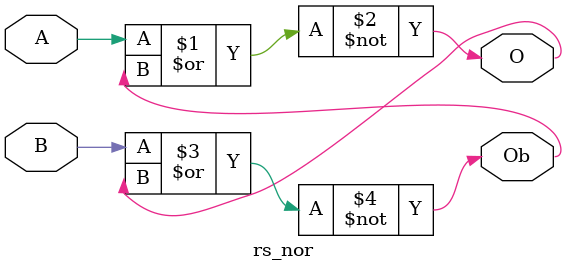
<source format=v>
`timescale 1ns/10ps

`ifndef RS_NOR_LATCH
`define RS_NOR_LATCH

module rs_nor (
  input  A,
  input  B,
  output O,
  output Ob
);

// replace with a nor2_generic
assign O  = ~(A | Ob);
assign Ob = ~(B | O);

// nor2_generic G1 (.O(O) , .A(A), .B(Ob));
// nor2_generic G2 (.O(Ob), .A(B), .B(O));

endmodule

`endif
</source>
